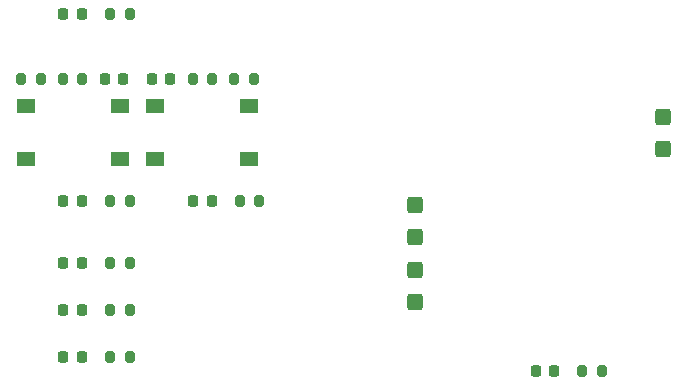
<source format=gtp>
%TF.GenerationSoftware,KiCad,Pcbnew,(6.0.2)*%
%TF.CreationDate,2022-07-06T19:52:03-07:00*%
%TF.ProjectId,RaspberryPIZero-small,52617370-6265-4727-9279-50495a65726f,rev?*%
%TF.SameCoordinates,Original*%
%TF.FileFunction,Paste,Top*%
%TF.FilePolarity,Positive*%
%FSLAX46Y46*%
G04 Gerber Fmt 4.6, Leading zero omitted, Abs format (unit mm)*
G04 Created by KiCad (PCBNEW (6.0.2)) date 2022-07-06 19:52:03*
%MOMM*%
%LPD*%
G01*
G04 APERTURE LIST*
G04 Aperture macros list*
%AMRoundRect*
0 Rectangle with rounded corners*
0 $1 Rounding radius*
0 $2 $3 $4 $5 $6 $7 $8 $9 X,Y pos of 4 corners*
0 Add a 4 corners polygon primitive as box body*
4,1,4,$2,$3,$4,$5,$6,$7,$8,$9,$2,$3,0*
0 Add four circle primitives for the rounded corners*
1,1,$1+$1,$2,$3*
1,1,$1+$1,$4,$5*
1,1,$1+$1,$6,$7*
1,1,$1+$1,$8,$9*
0 Add four rect primitives between the rounded corners*
20,1,$1+$1,$2,$3,$4,$5,0*
20,1,$1+$1,$4,$5,$6,$7,0*
20,1,$1+$1,$6,$7,$8,$9,0*
20,1,$1+$1,$8,$9,$2,$3,0*%
G04 Aperture macros list end*
%ADD10RoundRect,0.200000X0.200000X0.275000X-0.200000X0.275000X-0.200000X-0.275000X0.200000X-0.275000X0*%
%ADD11RoundRect,0.218750X0.218750X0.256250X-0.218750X0.256250X-0.218750X-0.256250X0.218750X-0.256250X0*%
%ADD12R,1.550000X1.300000*%
%ADD13RoundRect,0.200000X-0.200000X-0.275000X0.200000X-0.275000X0.200000X0.275000X-0.200000X0.275000X0*%
%ADD14RoundRect,0.225000X0.225000X0.250000X-0.225000X0.250000X-0.225000X-0.250000X0.225000X-0.250000X0*%
%ADD15RoundRect,0.225000X-0.225000X-0.250000X0.225000X-0.250000X0.225000X0.250000X-0.225000X0.250000X0*%
%ADD16RoundRect,0.250000X-0.425000X0.450000X-0.425000X-0.450000X0.425000X-0.450000X0.425000X0.450000X0*%
G04 APERTURE END LIST*
D10*
%TO.C,R11*%
X70825000Y-79800000D03*
X69175000Y-79800000D03*
%TD*%
%TO.C,R10*%
X58175000Y-79800000D03*
X59825000Y-79800000D03*
%TD*%
D11*
%TO.C,D7*%
X66787500Y-79800000D03*
X65212500Y-79800000D03*
%TD*%
%TO.C,D6*%
X54212500Y-79800000D03*
X55787500Y-79800000D03*
%TD*%
D12*
%TO.C,SW2*%
X69980000Y-76250000D03*
X62020000Y-76250000D03*
X69980000Y-71750000D03*
X62020000Y-71750000D03*
%TD*%
%TO.C,SW1*%
X51020000Y-71750000D03*
X58980000Y-71750000D03*
X51020000Y-76250000D03*
X58980000Y-76250000D03*
%TD*%
D10*
%TO.C,R9*%
X66825000Y-69500000D03*
X65175000Y-69500000D03*
%TD*%
D13*
%TO.C,R8*%
X54175000Y-69500000D03*
X55825000Y-69500000D03*
%TD*%
%TO.C,R7*%
X68675000Y-69500000D03*
X70325000Y-69500000D03*
%TD*%
D10*
%TO.C,R6*%
X52325000Y-69500000D03*
X50675000Y-69500000D03*
%TD*%
D14*
%TO.C,C5*%
X57725000Y-69500000D03*
X59275000Y-69500000D03*
%TD*%
D15*
%TO.C,C4*%
X61725000Y-69500000D03*
X63275000Y-69500000D03*
%TD*%
D10*
%TO.C,R5*%
X99825000Y-94200000D03*
X98175000Y-94200000D03*
%TD*%
%TO.C,R4*%
X59825000Y-64000000D03*
X58175000Y-64000000D03*
%TD*%
%TO.C,R3*%
X59825000Y-93000000D03*
X58175000Y-93000000D03*
%TD*%
%TO.C,R2*%
X59825000Y-89000000D03*
X58175000Y-89000000D03*
%TD*%
%TO.C,R1*%
X59825000Y-85000000D03*
X58175000Y-85000000D03*
%TD*%
D11*
%TO.C,D5*%
X95787500Y-94200000D03*
X94212500Y-94200000D03*
%TD*%
%TO.C,D4*%
X55787500Y-64000000D03*
X54212500Y-64000000D03*
%TD*%
%TO.C,D3*%
X55787500Y-93000000D03*
X54212500Y-93000000D03*
%TD*%
%TO.C,D2*%
X55787500Y-89000000D03*
X54212500Y-89000000D03*
%TD*%
%TO.C,D1*%
X55787500Y-85000000D03*
X54212500Y-85000000D03*
%TD*%
D16*
%TO.C,C3*%
X84000000Y-80150000D03*
X84000000Y-82850000D03*
%TD*%
%TO.C,C2*%
X105000000Y-72650000D03*
X105000000Y-75350000D03*
%TD*%
%TO.C,C1*%
X84000000Y-85650000D03*
X84000000Y-88350000D03*
%TD*%
M02*

</source>
